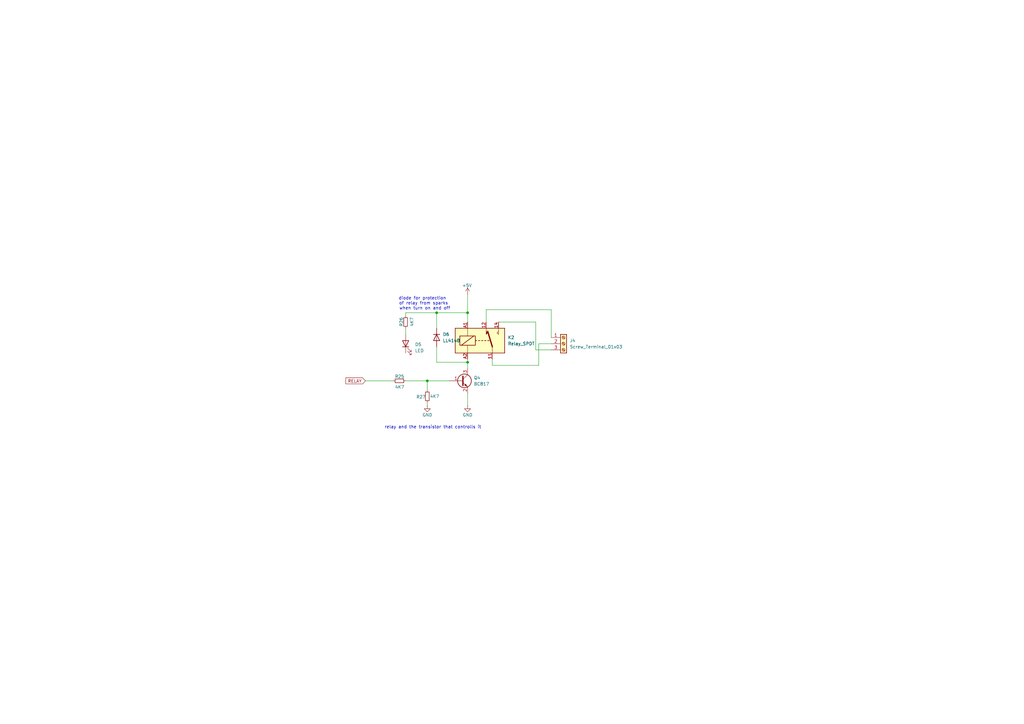
<source format=kicad_sch>
(kicad_sch (version 20231120) (generator "eeschema") (generator_version "8.0")
  (paper "A3")
  (lib_symbols
    (symbol "Connector:Screw_Terminal_01x03" (pin_names (offset 1.016) hide)
      (property "Reference" "J" (at 0 5.08 0))
      (property "Value" "Screw_Terminal_01x03" (at 0 -5.08 0))
      (symbol "Screw_Terminal_01x03_1_1"
        (rectangle (start -1.27 3.81) (end 1.27 -3.81) (stroke (width 0.254)) (fill (type background)))
        (circle (center 0 -2.54) (radius 0.635) (stroke (width 0.1524)))
        (polyline (pts (xy -0.5334 -2.2098) (xy 0.3302 -3.048)) (stroke (width 0.1524)))
        (polyline (pts (xy -0.5334 0.3302) (xy 0.3302 -0.508)) (stroke (width 0.1524)))
        (polyline (pts (xy -0.5334 2.8702) (xy 0.3302 2.032)) (stroke (width 0.1524)))
        (polyline (pts (xy -0.3556 -2.032) (xy 0.508 -2.8702)) (stroke (width 0.1524)))
        (polyline (pts (xy -0.3556 0.508) (xy 0.508 -0.3302)) (stroke (width 0.1524)))
        (polyline (pts (xy -0.3556 3.048) (xy 0.508 2.2098)) (stroke (width 0.1524)))
        (circle (center 0 0) (radius 0.635) (stroke (width 0.1524)))
        (circle (center 0 2.54) (radius 0.635) (stroke (width 0.1524)))
        (pin passive line (at -5.08 2.54 0) (length 3.81) (name "Pin_1") (number "1"))
        (pin passive line (at -5.08 0 0) (length 3.81) (name "Pin_2") (number "2"))
        (pin passive line (at -5.08 -2.54 0) (length 3.81) (name "Pin_3") (number "3"))
      )
    )
    (symbol "Device:LED" (pin_numbers hide) (pin_names (offset 1.016) hide)
      (property "Reference" "D" (at 0 2.54 0))
      (property "Value" "LED" (at 0 -2.54 0))
      (symbol "LED_0_1"
        (polyline (pts (xy -1.27 -1.27) (xy -1.27 1.27)) (stroke (width 0.254)))
        (polyline (pts (xy -1.27 0) (xy 1.27 0)))
        (polyline (pts (xy 1.27 -1.27) (xy 1.27 1.27) (xy -1.27 0) (xy 1.27 -1.27)) (stroke (width 0.254)))
        (polyline (pts (xy -3.048 -0.762) (xy -4.572 -2.286) (xy -3.81 -2.286) (xy -4.572 -2.286) (xy -4.572 -1.524)))
        (polyline (pts (xy -1.778 -0.762) (xy -3.302 -2.286) (xy -2.54 -2.286) (xy -3.302 -2.286) (xy -3.302 -1.524)))
      )
      (symbol "LED_1_1"
        (pin passive line (at -3.81 0 0) (length 2.54) (name "K") (number "1"))
        (pin passive line (at 3.81 0 180) (length 2.54) (name "A") (number "2"))
      )
    )
    (symbol "Device:R_Small" (pin_numbers hide) (pin_names (offset 0.254) hide)
      (property "Reference" "R" (at 0.762 0.508 0))
      (property "Value" "R_Small" (at 0.762 -1.016 0))
      (symbol "R_Small_0_1"
        (rectangle (start -0.762 1.778) (end 0.762 -1.778) (stroke (width 0.2032)))
      )
      (symbol "R_Small_1_1"
        (pin passive line (at 0 2.54 270) (length 0.762) (name "~") (number "1"))
        (pin passive line (at 0 -2.54 90) (length 0.762) (name "~") (number "2"))
      )
    )
    (symbol "Diode:LL4148" (pin_numbers hide) (pin_names hide)
      (property "Reference" "D" (at 0 2.54 0))
      (property "Value" "LL4148" (at 0 -2.54 0))
      (symbol "LL4148_0_1"
        (polyline (pts (xy -1.27 1.27) (xy -1.27 -1.27)) (stroke (width 0.254)))
        (polyline (pts (xy 1.27 0) (xy -1.27 0)))
        (polyline (pts (xy 1.27 1.27) (xy 1.27 -1.27) (xy -1.27 0) (xy 1.27 1.27)) (stroke (width 0.254)))
      )
      (symbol "LL4148_1_1"
        (pin passive line (at -3.81 0 0) (length 2.54) (name "K") (number "1"))
        (pin passive line (at 3.81 0 180) (length 2.54) (name "A") (number "2"))
      )
    )
    (symbol "Relay:Relay_SPDT"
      (property "Reference" "K" (at 11.43 3.81 0))
      (property "Value" "Relay_SPDT" (at 11.43 1.27 0))
      (symbol "Relay_SPDT_0_0"
        (polyline (pts (xy 7.62 5.08) (xy 7.62 2.54) (xy 6.985 3.175) (xy 7.62 3.81)))
      )
      (symbol "Relay_SPDT_0_1"
        (rectangle (start -10.16 5.08) (end 10.16 -5.08) (stroke (width 0.254)) (fill (type background)))
        (rectangle (start -8.255 1.905) (end -1.905 -1.905) (stroke (width 0.254)))
        (polyline (pts (xy -7.62 -1.905) (xy -2.54 1.905)) (stroke (width 0.254)))
        (polyline (pts (xy -5.08 -5.08) (xy -5.08 -1.905)))
        (polyline (pts (xy -5.08 5.08) (xy -5.08 1.905)))
        (polyline (pts (xy -1.905 0) (xy -1.27 0)) (stroke (width 0.254)))
        (polyline (pts (xy -0.635 0) (xy 0 0)) (stroke (width 0.254)))
        (polyline (pts (xy 0.635 0) (xy 1.27 0)) (stroke (width 0.254)))
        (polyline (pts (xy 1.905 0) (xy 2.54 0)) (stroke (width 0.254)))
        (polyline (pts (xy 3.175 0) (xy 3.81 0)) (stroke (width 0.254)))
        (polyline (pts (xy 5.08 -2.54) (xy 3.175 3.81)) (stroke (width 0.508)))
        (polyline (pts (xy 5.08 -2.54) (xy 5.08 -5.08)))
        (polyline (pts (xy 2.54 5.08) (xy 2.54 2.54) (xy 3.175 3.175) (xy 2.54 3.81)) (fill (type outline)))
      )
      (symbol "Relay_SPDT_1_1"
        (pin passive line (at 5.08 -7.62 90) (length 2.54) (name "~") (number "11"))
        (pin passive line (at 2.54 7.62 270) (length 2.54) (name "~") (number "12"))
        (pin passive line (at 7.62 7.62 270) (length 2.54) (name "~") (number "14"))
        (pin passive line (at -5.08 7.62 270) (length 2.54) (name "~") (number "A1"))
        (pin passive line (at -5.08 -7.62 90) (length 2.54) (name "~") (number "A2"))
      )
    )
    (symbol "Transistor_BJT:BC817" (pin_names (offset 0) hide)
      (property "Reference" "Q" (at 5.08 1.905 0))
      (property "Value" "BC817" (at 5.08 0 0))
      (symbol "BC817_0_1"
        (polyline (pts (xy 0.635 0.635) (xy 2.54 2.54)))
        (polyline (pts (xy 0.635 -0.635) (xy 2.54 -2.54) (xy 2.54 -2.54)))
        (polyline (pts (xy 0.635 1.905) (xy 0.635 -1.905) (xy 0.635 -1.905)) (stroke (width 0.508)))
        (polyline (pts (xy 1.27 -1.778) (xy 1.778 -1.27) (xy 2.286 -2.286) (xy 1.27 -1.778) (xy 1.27 -1.778)) (fill (type outline)))
        (circle (center 1.27 0) (radius 2.8194) (stroke (width 0.254)))
      )
      (symbol "BC817_1_1"
        (pin input line (at -5.08 0 0) (length 5.715) (name "B") (number "1"))
        (pin passive line (at 2.54 -5.08 90) (length 2.54) (name "E") (number "2"))
        (pin passive line (at 2.54 5.08 270) (length 2.54) (name "C") (number "3"))
      )
    )
    (symbol "power:+5V" (power) (pin_numbers hide) (pin_names (offset 0) hide)
      (property "Value" "+5V" (at 0 3.556 0))
      (symbol "+5V_0_1"
        (polyline (pts (xy -0.762 1.27) (xy 0 2.54)))
        (polyline (pts (xy 0 0) (xy 0 2.54)))
        (polyline (pts (xy 0 2.54) (xy 0.762 1.27)))
      )
      (symbol "+5V_1_1"
        (pin power_in line (at 0 0 90) (length 0) (name "~") (number "1"))
      )
    )
    (symbol "power:GND" (power) (pin_numbers hide) (pin_names (offset 0) hide)
      (property "Value" "GND" (at 0 -3.81 0))
      (symbol "GND_0_1"
        (polyline (pts (xy 0 0) (xy 0 -1.27) (xy 1.27 -1.27) (xy 0 -2.54) (xy -1.27 -1.27) (xy 0 -1.27)))
      )
      (symbol "GND_1_1"
        (pin power_in line (at 0 0 270) (length 0) (name "~") (number "1"))
      )
    )
  )
  (junction (at 191.77 128.27))
  (junction (at 175.26 156.21))
  (junction (at 179.07 128.27))
  (junction (at 191.77 148.59))
  (wire (pts (xy 175.26 156.21) (xy 184.15 156.21)))
  (wire (pts (xy 219.71 132.08) (xy 219.71 143.51)))
  (wire (pts (xy 166.37 137.16) (xy 166.37 134.62)))
  (wire (pts (xy 226.06 140.97) (xy 220.98 140.97)))
  (wire (pts (xy 220.98 149.86) (xy 201.93 149.86)))
  (wire (pts (xy 191.77 148.59) (xy 191.77 151.13)))
  (wire (pts (xy 219.71 143.51) (xy 226.06 143.51)))
  (wire (pts (xy 179.07 128.27) (xy 191.77 128.27)))
  (wire (pts (xy 191.77 128.27) (xy 191.77 132.08)))
  (wire (pts (xy 201.93 149.86) (xy 201.93 147.32)))
  (wire (pts (xy 175.26 165.1) (xy 175.26 166.37)))
  (wire (pts (xy 166.37 129.54) (xy 166.37 128.27)))
  (wire (pts (xy 226.06 138.43) (xy 226.06 127)))
  (wire (pts (xy 191.77 147.32) (xy 191.77 148.59)))
  (wire (pts (xy 191.77 120.65) (xy 191.77 128.27)))
  (wire (pts (xy 204.47 132.08) (xy 219.71 132.08)))
  (wire (pts (xy 199.39 127) (xy 199.39 132.08)))
  (wire (pts (xy 226.06 127) (xy 199.39 127)))
  (wire (pts (xy 166.37 128.27) (xy 179.07 128.27)))
  (wire (pts (xy 149.86 156.21) (xy 161.29 156.21)))
  (wire (pts (xy 175.26 160.02) (xy 175.26 156.21)))
  (wire (pts (xy 166.37 156.21) (xy 175.26 156.21)))
  (wire (pts (xy 179.07 142.24) (xy 179.07 148.59)))
  (wire (pts (xy 179.07 134.62) (xy 179.07 128.27)))
  (wire (pts (xy 220.98 140.97) (xy 220.98 149.86)))
  (wire (pts (xy 191.77 161.29) (xy 191.77 166.37)))
  (wire (pts (xy 179.07 148.59) (xy 191.77 148.59)))
  (text "diode for protection \nof relay from sparks\n when turn on and off\n" (at 173.736 124.46 0) (effects (font (size 1.27 1.27))))
  (text "relay and the transistor that controlls it\n" (at 177.546 175.26 0) (effects (font (size 1.27 1.27))))
  (global_label "RELAY" (shape input) (at 149.86 156.21 180) (property "Intersheetrefs" "${INTERSHEET_REFS}" (effects (hide yes))))
  (symbol (lib_id "Device:R_Small") (at 163.83 156.21 90) (unit 1)
    (property "Reference" "R25" (at 165.862 154.432 90) (effects (justify left)))
    (property "Value" "4K7" (at 165.862 158.75 90) (effects (justify left)))
    (property "Footprint" "Resistor_SMD:R_01005_0402Metric_Pad0.57x0.30mm_HandSolder" (effects (hide yes)))
    (property "Description" "Resistor, small symbol" (effects (hide yes)))
  )
  (symbol (lib_id "Relay:Relay_SPDT") (at 196.85 139.7 0) (unit 1)
    (property "Reference" "K2" (at 208.28 138.4299 0) (effects (justify left)))
    (property "Value" "Relay_SPDT" (at 208.28 140.9699 0) (effects (justify left)))
    (property "Footprint" "Relay_THT:Relay_SPDT_Schrack-RT1-16A-FormC_RM5mm" (effects (hide yes)))
    (property "Description" "Monostable Relay SPDT, EN50005" (effects (hide yes)))
  )
  (symbol (lib_id "power:+5V") (at 191.77 120.65 0) (unit 1)
    (property "Reference" "#PWR077" (effects (hide yes)))
    (property "Value" "+5V" (at 191.516 117.094 0))
    (property "Description" "Power symbol creates a global label with name \"+5V\"" (effects (hide yes)))
  )
  (symbol (lib_id "Device:R_Small") (at 175.26 162.56 0) (unit 1)
    (property "Reference" "R27" (at 170.688 162.814 0) (effects (justify left)))
    (property "Value" "4K7" (at 176.276 162.56 0) (effects (justify left)))
    (property "Footprint" "Resistor_SMD:R_01005_0402Metric_Pad0.57x0.30mm_HandSolder" (effects (hide yes)))
    (property "Description" "Resistor, small symbol" (effects (hide yes)))
  )
  (symbol (lib_id "Transistor_BJT:BC817") (at 189.23 156.21 0) (unit 1)
    (property "Reference" "Q4" (at 194.31 154.9399 0) (effects (justify left)))
    (property "Value" "BC817" (at 194.31 157.4799 0) (effects (justify left)))
    (property "Footprint" "Package_TO_SOT_SMD:SOT-23" (effects (hide yes)))
    (property "Datasheet" "https://www.onsemi.com/pub/Collateral/BC818-D.pdf" (effects (hide yes)))
    (property "Description" "0.8A Ic, 45V Vce, NPN Transistor, SOT-23" (effects (hide yes)))
  )
  (symbol (lib_id "power:GND") (at 191.77 166.37 0) (unit 1)
    (property "Reference" "#PWR078" (effects (hide yes)))
    (property "Value" "GND" (at 191.77 170.18 0))
    (property "Description" "Power symbol creates a global label with name \"GND\" , ground" (effects (hide yes)))
  )
  (symbol (lib_id "Diode:LL4148") (at 179.07 138.43 270) (unit 1)
    (property "Reference" "D6" (at 181.61 137.1599 90) (effects (justify left)))
    (property "Value" "LL4148" (at 181.61 139.6999 90) (effects (justify left)))
    (property "Footprint" "Diode_SMD:D_MiniMELF_Handsoldering" (effects (hide yes)))
    (property "Datasheet" "http://www.vishay.com/docs/85557/ll4148.pdf" (effects (hide yes)))
    (property "Description" "100V 0.15A standard switching diode, MiniMELF" (effects (hide yes)))
    (property "Sim.Device" "D" (effects (hide yes)))
    (property "Sim.Pins" "1=K 2=A" (effects (hide yes)))
  )
  (symbol (lib_id "Device:R_Small") (at 166.37 132.08 180) (unit 1)
    (property "Reference" "R26" (at 164.592 130.048 90) (effects (justify left)))
    (property "Value" "4K7" (at 168.91 130.048 90) (effects (justify left)))
    (property "Footprint" "Resistor_SMD:R_01005_0402Metric_Pad0.57x0.30mm_HandSolder" (effects (hide yes)))
    (property "Description" "Resistor, small symbol" (effects (hide yes)))
  )
  (symbol (lib_id "Connector:Screw_Terminal_01x03") (at 231.14 140.97 0) (unit 1)
    (property "Reference" "J4" (at 233.68 139.6999 0) (effects (justify left)))
    (property "Value" "Screw_Terminal_01x03" (at 233.68 142.2399 0) (effects (justify left)))
    (property "Footprint" "TerminalBlock_Phoenix:TerminalBlock_Phoenix_PTSM-0,5-3-2.5-V-THR_1x03_P2.50mm_Vertical" (effects (hide yes)))
    (property "Description" "Generic screw terminal, single row, 01x03, script generated (kicad-library-utils/schlib/autogen/connector/)" (effects (hide yes)))
  )
  (symbol (lib_id "Device:LED") (at 166.37 140.97 90) (unit 1)
    (property "Reference" "D5" (at 170.18 141.2874 90) (effects (justify right)))
    (property "Value" "LED" (at 170.18 143.8274 90) (effects (justify right)))
    (property "Footprint" "LED_SMD:LED_0603_1608Metric_Pad1.05x0.95mm_HandSolder" (effects (hide yes)))
    (property "Description" "Light emitting diode" (effects (hide yes)))
  )
  (symbol (lib_id "power:GND") (at 175.26 166.37 0) (unit 1)
    (property "Reference" "#PWR076" (effects (hide yes)))
    (property "Value" "GND" (at 175.26 170.18 0))
    (property "Description" "Power symbol creates a global label with name \"GND\" , ground" (effects (hide yes)))
  )
)
</source>
